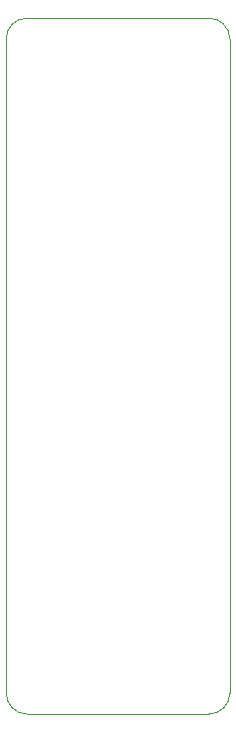
<source format=gbr>
%TF.GenerationSoftware,KiCad,Pcbnew,(6.0.11)*%
%TF.CreationDate,2023-03-05T00:30:33+01:00*%
%TF.ProjectId,gateway-nano-E01-ml01sp4,67617465-7761-4792-9d6e-616e6f2d4530,rev?*%
%TF.SameCoordinates,Original*%
%TF.FileFunction,Profile,NP*%
%FSLAX46Y46*%
G04 Gerber Fmt 4.6, Leading zero omitted, Abs format (unit mm)*
G04 Created by KiCad (PCBNEW (6.0.11)) date 2023-03-05 00:30:33*
%MOMM*%
%LPD*%
G01*
G04 APERTURE LIST*
%TA.AperFunction,Profile*%
%ADD10C,0.100000*%
%TD*%
G04 APERTURE END LIST*
D10*
X114739656Y-67199998D02*
G75*
G03*
X112986518Y-68953138I2J-1753140D01*
G01*
X130160344Y-67200000D02*
X114739656Y-67200000D01*
X112986518Y-68953138D02*
X112986518Y-124360344D01*
X112986518Y-124360344D02*
G75*
G03*
X114739656Y-126113482I1753137J-1D01*
G01*
X130160344Y-126113482D02*
X114739656Y-126113482D01*
X130160344Y-126113482D02*
G75*
G03*
X131913482Y-124360344I1J1753137D01*
G01*
X131913482Y-68953138D02*
X131913482Y-124360344D01*
X131913482Y-68953138D02*
G75*
G03*
X130160344Y-67200000I-1753138J0D01*
G01*
M02*

</source>
